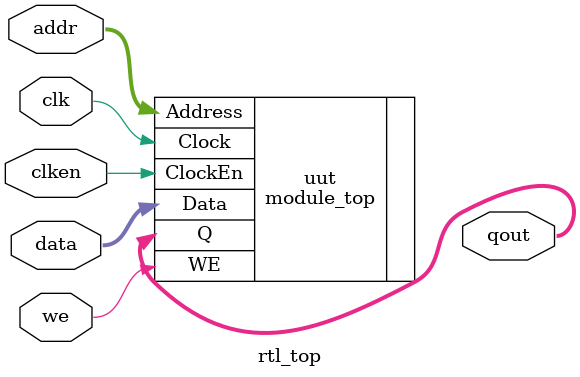
<source format=v>

`timescale 1 ns / 1 ps

module rtl_top
#(
parameter addr_width = 5,
parameter data_width = 8
)
(
input	[addr_width-1 : 0]	addr,
input	[data_width-1 : 0]	data,
input	clk,
input	we,
input	clken,
output	[data_width-1 : 0]	qout
);



module_top uut (.Address(addr), .Data(data), .Clock(clk), .WE(we), .ClockEn(clken), .Q(qout));

endmodule

</source>
